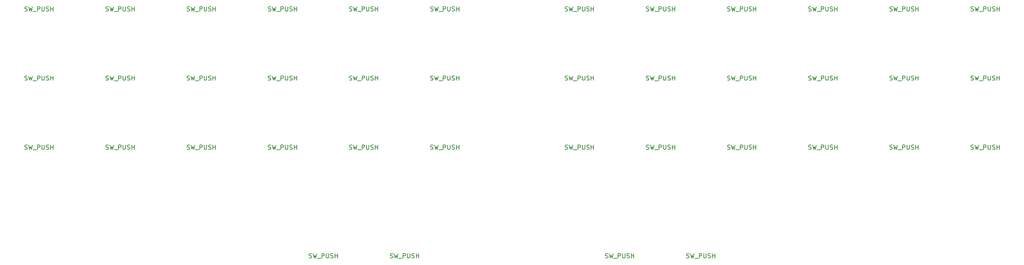
<source format=gbr>
G04 #@! TF.FileFunction,Other,Fab,Top*
%FSLAX46Y46*%
G04 Gerber Fmt 4.6, Leading zero omitted, Abs format (unit mm)*
G04 Created by KiCad (PCBNEW 4.0.5) date Sunday, April 09, 2017 'PMt' 03:59:06 PM*
%MOMM*%
%LPD*%
G01*
G04 APERTURE LIST*
%ADD10C,0.100000*%
%ADD11C,0.150000*%
G04 APERTURE END LIST*
D10*
D11*
X78238095Y-14904762D02*
X78380952Y-14952381D01*
X78619048Y-14952381D01*
X78714286Y-14904762D01*
X78761905Y-14857143D01*
X78809524Y-14761905D01*
X78809524Y-14666667D01*
X78761905Y-14571429D01*
X78714286Y-14523810D01*
X78619048Y-14476190D01*
X78428571Y-14428571D01*
X78333333Y-14380952D01*
X78285714Y-14333333D01*
X78238095Y-14238095D01*
X78238095Y-14142857D01*
X78285714Y-14047619D01*
X78333333Y-14000000D01*
X78428571Y-13952381D01*
X78666667Y-13952381D01*
X78809524Y-14000000D01*
X79142857Y-13952381D02*
X79380952Y-14952381D01*
X79571429Y-14238095D01*
X79761905Y-14952381D01*
X80000000Y-13952381D01*
X80142857Y-15047619D02*
X80904762Y-15047619D01*
X81142857Y-14952381D02*
X81142857Y-13952381D01*
X81523810Y-13952381D01*
X81619048Y-14000000D01*
X81666667Y-14047619D01*
X81714286Y-14142857D01*
X81714286Y-14285714D01*
X81666667Y-14380952D01*
X81619048Y-14428571D01*
X81523810Y-14476190D01*
X81142857Y-14476190D01*
X82142857Y-13952381D02*
X82142857Y-14761905D01*
X82190476Y-14857143D01*
X82238095Y-14904762D01*
X82333333Y-14952381D01*
X82523810Y-14952381D01*
X82619048Y-14904762D01*
X82666667Y-14857143D01*
X82714286Y-14761905D01*
X82714286Y-13952381D01*
X83142857Y-14904762D02*
X83285714Y-14952381D01*
X83523810Y-14952381D01*
X83619048Y-14904762D01*
X83666667Y-14857143D01*
X83714286Y-14761905D01*
X83714286Y-14666667D01*
X83666667Y-14571429D01*
X83619048Y-14523810D01*
X83523810Y-14476190D01*
X83333333Y-14428571D01*
X83238095Y-14380952D01*
X83190476Y-14333333D01*
X83142857Y-14238095D01*
X83142857Y-14142857D01*
X83190476Y-14047619D01*
X83238095Y-14000000D01*
X83333333Y-13952381D01*
X83571429Y-13952381D01*
X83714286Y-14000000D01*
X84142857Y-14952381D02*
X84142857Y-13952381D01*
X84142857Y-14428571D02*
X84714286Y-14428571D01*
X84714286Y-14952381D02*
X84714286Y-13952381D01*
X127438095Y895238D02*
X127580952Y847619D01*
X127819048Y847619D01*
X127914286Y895238D01*
X127961905Y942857D01*
X128009524Y1038095D01*
X128009524Y1133333D01*
X127961905Y1228571D01*
X127914286Y1276190D01*
X127819048Y1323810D01*
X127628571Y1371429D01*
X127533333Y1419048D01*
X127485714Y1466667D01*
X127438095Y1561905D01*
X127438095Y1657143D01*
X127485714Y1752381D01*
X127533333Y1800000D01*
X127628571Y1847619D01*
X127866667Y1847619D01*
X128009524Y1800000D01*
X128342857Y1847619D02*
X128580952Y847619D01*
X128771429Y1561905D01*
X128961905Y847619D01*
X129200000Y1847619D01*
X129342857Y752381D02*
X130104762Y752381D01*
X130342857Y847619D02*
X130342857Y1847619D01*
X130723810Y1847619D01*
X130819048Y1800000D01*
X130866667Y1752381D01*
X130914286Y1657143D01*
X130914286Y1514286D01*
X130866667Y1419048D01*
X130819048Y1371429D01*
X130723810Y1323810D01*
X130342857Y1323810D01*
X131342857Y1847619D02*
X131342857Y1038095D01*
X131390476Y942857D01*
X131438095Y895238D01*
X131533333Y847619D01*
X131723810Y847619D01*
X131819048Y895238D01*
X131866667Y942857D01*
X131914286Y1038095D01*
X131914286Y1847619D01*
X132342857Y895238D02*
X132485714Y847619D01*
X132723810Y847619D01*
X132819048Y895238D01*
X132866667Y942857D01*
X132914286Y1038095D01*
X132914286Y1133333D01*
X132866667Y1228571D01*
X132819048Y1276190D01*
X132723810Y1323810D01*
X132533333Y1371429D01*
X132438095Y1419048D01*
X132390476Y1466667D01*
X132342857Y1561905D01*
X132342857Y1657143D01*
X132390476Y1752381D01*
X132438095Y1800000D01*
X132533333Y1847619D01*
X132771429Y1847619D01*
X132914286Y1800000D01*
X133342857Y847619D02*
X133342857Y1847619D01*
X133342857Y1371429D02*
X133914286Y1371429D01*
X133914286Y847619D02*
X133914286Y1847619D01*
X96738095Y-14904762D02*
X96880952Y-14952381D01*
X97119048Y-14952381D01*
X97214286Y-14904762D01*
X97261905Y-14857143D01*
X97309524Y-14761905D01*
X97309524Y-14666667D01*
X97261905Y-14571429D01*
X97214286Y-14523810D01*
X97119048Y-14476190D01*
X96928571Y-14428571D01*
X96833333Y-14380952D01*
X96785714Y-14333333D01*
X96738095Y-14238095D01*
X96738095Y-14142857D01*
X96785714Y-14047619D01*
X96833333Y-14000000D01*
X96928571Y-13952381D01*
X97166667Y-13952381D01*
X97309524Y-14000000D01*
X97642857Y-13952381D02*
X97880952Y-14952381D01*
X98071429Y-14238095D01*
X98261905Y-14952381D01*
X98500000Y-13952381D01*
X98642857Y-15047619D02*
X99404762Y-15047619D01*
X99642857Y-14952381D02*
X99642857Y-13952381D01*
X100023810Y-13952381D01*
X100119048Y-14000000D01*
X100166667Y-14047619D01*
X100214286Y-14142857D01*
X100214286Y-14285714D01*
X100166667Y-14380952D01*
X100119048Y-14428571D01*
X100023810Y-14476190D01*
X99642857Y-14476190D01*
X100642857Y-13952381D02*
X100642857Y-14761905D01*
X100690476Y-14857143D01*
X100738095Y-14904762D01*
X100833333Y-14952381D01*
X101023810Y-14952381D01*
X101119048Y-14904762D01*
X101166667Y-14857143D01*
X101214286Y-14761905D01*
X101214286Y-13952381D01*
X101642857Y-14904762D02*
X101785714Y-14952381D01*
X102023810Y-14952381D01*
X102119048Y-14904762D01*
X102166667Y-14857143D01*
X102214286Y-14761905D01*
X102214286Y-14666667D01*
X102166667Y-14571429D01*
X102119048Y-14523810D01*
X102023810Y-14476190D01*
X101833333Y-14428571D01*
X101738095Y-14380952D01*
X101690476Y-14333333D01*
X101642857Y-14238095D01*
X101642857Y-14142857D01*
X101690476Y-14047619D01*
X101738095Y-14000000D01*
X101833333Y-13952381D01*
X102071429Y-13952381D01*
X102214286Y-14000000D01*
X102642857Y-14952381D02*
X102642857Y-13952381D01*
X102642857Y-14428571D02*
X103214286Y-14428571D01*
X103214286Y-14952381D02*
X103214286Y-13952381D01*
X78238095Y895238D02*
X78380952Y847619D01*
X78619048Y847619D01*
X78714286Y895238D01*
X78761905Y942857D01*
X78809524Y1038095D01*
X78809524Y1133333D01*
X78761905Y1228571D01*
X78714286Y1276190D01*
X78619048Y1323810D01*
X78428571Y1371429D01*
X78333333Y1419048D01*
X78285714Y1466667D01*
X78238095Y1561905D01*
X78238095Y1657143D01*
X78285714Y1752381D01*
X78333333Y1800000D01*
X78428571Y1847619D01*
X78666667Y1847619D01*
X78809524Y1800000D01*
X79142857Y1847619D02*
X79380952Y847619D01*
X79571429Y1561905D01*
X79761905Y847619D01*
X80000000Y1847619D01*
X80142857Y752381D02*
X80904762Y752381D01*
X81142857Y847619D02*
X81142857Y1847619D01*
X81523810Y1847619D01*
X81619048Y1800000D01*
X81666667Y1752381D01*
X81714286Y1657143D01*
X81714286Y1514286D01*
X81666667Y1419048D01*
X81619048Y1371429D01*
X81523810Y1323810D01*
X81142857Y1323810D01*
X82142857Y1847619D02*
X82142857Y1038095D01*
X82190476Y942857D01*
X82238095Y895238D01*
X82333333Y847619D01*
X82523810Y847619D01*
X82619048Y895238D01*
X82666667Y942857D01*
X82714286Y1038095D01*
X82714286Y1847619D01*
X83142857Y895238D02*
X83285714Y847619D01*
X83523810Y847619D01*
X83619048Y895238D01*
X83666667Y942857D01*
X83714286Y1038095D01*
X83714286Y1133333D01*
X83666667Y1228571D01*
X83619048Y1276190D01*
X83523810Y1323810D01*
X83333333Y1371429D01*
X83238095Y1419048D01*
X83190476Y1466667D01*
X83142857Y1561905D01*
X83142857Y1657143D01*
X83190476Y1752381D01*
X83238095Y1800000D01*
X83333333Y1847619D01*
X83571429Y1847619D01*
X83714286Y1800000D01*
X84142857Y847619D02*
X84142857Y1847619D01*
X84142857Y1371429D02*
X84714286Y1371429D01*
X84714286Y847619D02*
X84714286Y1847619D01*
X69071425Y-55504762D02*
X69214282Y-55552381D01*
X69452378Y-55552381D01*
X69547616Y-55504762D01*
X69595235Y-55457143D01*
X69642854Y-55361905D01*
X69642854Y-55266667D01*
X69595235Y-55171429D01*
X69547616Y-55123810D01*
X69452378Y-55076190D01*
X69261901Y-55028571D01*
X69166663Y-54980952D01*
X69119044Y-54933333D01*
X69071425Y-54838095D01*
X69071425Y-54742857D01*
X69119044Y-54647619D01*
X69166663Y-54600000D01*
X69261901Y-54552381D01*
X69499997Y-54552381D01*
X69642854Y-54600000D01*
X69976187Y-54552381D02*
X70214282Y-55552381D01*
X70404759Y-54838095D01*
X70595235Y-55552381D01*
X70833330Y-54552381D01*
X70976187Y-55647619D02*
X71738092Y-55647619D01*
X71976187Y-55552381D02*
X71976187Y-54552381D01*
X72357140Y-54552381D01*
X72452378Y-54600000D01*
X72499997Y-54647619D01*
X72547616Y-54742857D01*
X72547616Y-54885714D01*
X72499997Y-54980952D01*
X72452378Y-55028571D01*
X72357140Y-55076190D01*
X71976187Y-55076190D01*
X72976187Y-54552381D02*
X72976187Y-55361905D01*
X73023806Y-55457143D01*
X73071425Y-55504762D01*
X73166663Y-55552381D01*
X73357140Y-55552381D01*
X73452378Y-55504762D01*
X73499997Y-55457143D01*
X73547616Y-55361905D01*
X73547616Y-54552381D01*
X73976187Y-55504762D02*
X74119044Y-55552381D01*
X74357140Y-55552381D01*
X74452378Y-55504762D01*
X74499997Y-55457143D01*
X74547616Y-55361905D01*
X74547616Y-55266667D01*
X74499997Y-55171429D01*
X74452378Y-55123810D01*
X74357140Y-55076190D01*
X74166663Y-55028571D01*
X74071425Y-54980952D01*
X74023806Y-54933333D01*
X73976187Y-54838095D01*
X73976187Y-54742857D01*
X74023806Y-54647619D01*
X74071425Y-54600000D01*
X74166663Y-54552381D01*
X74404759Y-54552381D01*
X74547616Y-54600000D01*
X74976187Y-55552381D02*
X74976187Y-54552381D01*
X74976187Y-55028571D02*
X75547616Y-55028571D01*
X75547616Y-55552381D02*
X75547616Y-54552381D01*
X41238095Y895238D02*
X41380952Y847619D01*
X41619048Y847619D01*
X41714286Y895238D01*
X41761905Y942857D01*
X41809524Y1038095D01*
X41809524Y1133333D01*
X41761905Y1228571D01*
X41714286Y1276190D01*
X41619048Y1323810D01*
X41428571Y1371429D01*
X41333333Y1419048D01*
X41285714Y1466667D01*
X41238095Y1561905D01*
X41238095Y1657143D01*
X41285714Y1752381D01*
X41333333Y1800000D01*
X41428571Y1847619D01*
X41666667Y1847619D01*
X41809524Y1800000D01*
X42142857Y1847619D02*
X42380952Y847619D01*
X42571429Y1561905D01*
X42761905Y847619D01*
X43000000Y1847619D01*
X43142857Y752381D02*
X43904762Y752381D01*
X44142857Y847619D02*
X44142857Y1847619D01*
X44523810Y1847619D01*
X44619048Y1800000D01*
X44666667Y1752381D01*
X44714286Y1657143D01*
X44714286Y1514286D01*
X44666667Y1419048D01*
X44619048Y1371429D01*
X44523810Y1323810D01*
X44142857Y1323810D01*
X45142857Y1847619D02*
X45142857Y1038095D01*
X45190476Y942857D01*
X45238095Y895238D01*
X45333333Y847619D01*
X45523810Y847619D01*
X45619048Y895238D01*
X45666667Y942857D01*
X45714286Y1038095D01*
X45714286Y1847619D01*
X46142857Y895238D02*
X46285714Y847619D01*
X46523810Y847619D01*
X46619048Y895238D01*
X46666667Y942857D01*
X46714286Y1038095D01*
X46714286Y1133333D01*
X46666667Y1228571D01*
X46619048Y1276190D01*
X46523810Y1323810D01*
X46333333Y1371429D01*
X46238095Y1419048D01*
X46190476Y1466667D01*
X46142857Y1561905D01*
X46142857Y1657143D01*
X46190476Y1752381D01*
X46238095Y1800000D01*
X46333333Y1847619D01*
X46571429Y1847619D01*
X46714286Y1800000D01*
X47142857Y847619D02*
X47142857Y1847619D01*
X47142857Y1371429D02*
X47714286Y1371429D01*
X47714286Y847619D02*
X47714286Y1847619D01*
X96738095Y895238D02*
X96880952Y847619D01*
X97119048Y847619D01*
X97214286Y895238D01*
X97261905Y942857D01*
X97309524Y1038095D01*
X97309524Y1133333D01*
X97261905Y1228571D01*
X97214286Y1276190D01*
X97119048Y1323810D01*
X96928571Y1371429D01*
X96833333Y1419048D01*
X96785714Y1466667D01*
X96738095Y1561905D01*
X96738095Y1657143D01*
X96785714Y1752381D01*
X96833333Y1800000D01*
X96928571Y1847619D01*
X97166667Y1847619D01*
X97309524Y1800000D01*
X97642857Y1847619D02*
X97880952Y847619D01*
X98071429Y1561905D01*
X98261905Y847619D01*
X98500000Y1847619D01*
X98642857Y752381D02*
X99404762Y752381D01*
X99642857Y847619D02*
X99642857Y1847619D01*
X100023810Y1847619D01*
X100119048Y1800000D01*
X100166667Y1752381D01*
X100214286Y1657143D01*
X100214286Y1514286D01*
X100166667Y1419048D01*
X100119048Y1371429D01*
X100023810Y1323810D01*
X99642857Y1323810D01*
X100642857Y1847619D02*
X100642857Y1038095D01*
X100690476Y942857D01*
X100738095Y895238D01*
X100833333Y847619D01*
X101023810Y847619D01*
X101119048Y895238D01*
X101166667Y942857D01*
X101214286Y1038095D01*
X101214286Y1847619D01*
X101642857Y895238D02*
X101785714Y847619D01*
X102023810Y847619D01*
X102119048Y895238D01*
X102166667Y942857D01*
X102214286Y1038095D01*
X102214286Y1133333D01*
X102166667Y1228571D01*
X102119048Y1276190D01*
X102023810Y1323810D01*
X101833333Y1371429D01*
X101738095Y1419048D01*
X101690476Y1466667D01*
X101642857Y1561905D01*
X101642857Y1657143D01*
X101690476Y1752381D01*
X101738095Y1800000D01*
X101833333Y1847619D01*
X102071429Y1847619D01*
X102214286Y1800000D01*
X102642857Y847619D02*
X102642857Y1847619D01*
X102642857Y1371429D02*
X103214286Y1371429D01*
X103214286Y847619D02*
X103214286Y1847619D01*
X4238095Y895238D02*
X4380952Y847619D01*
X4619048Y847619D01*
X4714286Y895238D01*
X4761905Y942857D01*
X4809524Y1038095D01*
X4809524Y1133333D01*
X4761905Y1228571D01*
X4714286Y1276190D01*
X4619048Y1323810D01*
X4428571Y1371429D01*
X4333333Y1419048D01*
X4285714Y1466667D01*
X4238095Y1561905D01*
X4238095Y1657143D01*
X4285714Y1752381D01*
X4333333Y1800000D01*
X4428571Y1847619D01*
X4666667Y1847619D01*
X4809524Y1800000D01*
X5142857Y1847619D02*
X5380952Y847619D01*
X5571429Y1561905D01*
X5761905Y847619D01*
X6000000Y1847619D01*
X6142857Y752381D02*
X6904762Y752381D01*
X7142857Y847619D02*
X7142857Y1847619D01*
X7523810Y1847619D01*
X7619048Y1800000D01*
X7666667Y1752381D01*
X7714286Y1657143D01*
X7714286Y1514286D01*
X7666667Y1419048D01*
X7619048Y1371429D01*
X7523810Y1323810D01*
X7142857Y1323810D01*
X8142857Y1847619D02*
X8142857Y1038095D01*
X8190476Y942857D01*
X8238095Y895238D01*
X8333333Y847619D01*
X8523810Y847619D01*
X8619048Y895238D01*
X8666667Y942857D01*
X8714286Y1038095D01*
X8714286Y1847619D01*
X9142857Y895238D02*
X9285714Y847619D01*
X9523810Y847619D01*
X9619048Y895238D01*
X9666667Y942857D01*
X9714286Y1038095D01*
X9714286Y1133333D01*
X9666667Y1228571D01*
X9619048Y1276190D01*
X9523810Y1323810D01*
X9333333Y1371429D01*
X9238095Y1419048D01*
X9190476Y1466667D01*
X9142857Y1561905D01*
X9142857Y1657143D01*
X9190476Y1752381D01*
X9238095Y1800000D01*
X9333333Y1847619D01*
X9571429Y1847619D01*
X9714286Y1800000D01*
X10142857Y847619D02*
X10142857Y1847619D01*
X10142857Y1371429D02*
X10714286Y1371429D01*
X10714286Y847619D02*
X10714286Y1847619D01*
X155104762Y-55504762D02*
X155247619Y-55552381D01*
X155485715Y-55552381D01*
X155580953Y-55504762D01*
X155628572Y-55457143D01*
X155676191Y-55361905D01*
X155676191Y-55266667D01*
X155628572Y-55171429D01*
X155580953Y-55123810D01*
X155485715Y-55076190D01*
X155295238Y-55028571D01*
X155200000Y-54980952D01*
X155152381Y-54933333D01*
X155104762Y-54838095D01*
X155104762Y-54742857D01*
X155152381Y-54647619D01*
X155200000Y-54600000D01*
X155295238Y-54552381D01*
X155533334Y-54552381D01*
X155676191Y-54600000D01*
X156009524Y-54552381D02*
X156247619Y-55552381D01*
X156438096Y-54838095D01*
X156628572Y-55552381D01*
X156866667Y-54552381D01*
X157009524Y-55647619D02*
X157771429Y-55647619D01*
X158009524Y-55552381D02*
X158009524Y-54552381D01*
X158390477Y-54552381D01*
X158485715Y-54600000D01*
X158533334Y-54647619D01*
X158580953Y-54742857D01*
X158580953Y-54885714D01*
X158533334Y-54980952D01*
X158485715Y-55028571D01*
X158390477Y-55076190D01*
X158009524Y-55076190D01*
X159009524Y-54552381D02*
X159009524Y-55361905D01*
X159057143Y-55457143D01*
X159104762Y-55504762D01*
X159200000Y-55552381D01*
X159390477Y-55552381D01*
X159485715Y-55504762D01*
X159533334Y-55457143D01*
X159580953Y-55361905D01*
X159580953Y-54552381D01*
X160009524Y-55504762D02*
X160152381Y-55552381D01*
X160390477Y-55552381D01*
X160485715Y-55504762D01*
X160533334Y-55457143D01*
X160580953Y-55361905D01*
X160580953Y-55266667D01*
X160533334Y-55171429D01*
X160485715Y-55123810D01*
X160390477Y-55076190D01*
X160200000Y-55028571D01*
X160104762Y-54980952D01*
X160057143Y-54933333D01*
X160009524Y-54838095D01*
X160009524Y-54742857D01*
X160057143Y-54647619D01*
X160104762Y-54600000D01*
X160200000Y-54552381D01*
X160438096Y-54552381D01*
X160580953Y-54600000D01*
X161009524Y-55552381D02*
X161009524Y-54552381D01*
X161009524Y-55028571D02*
X161580953Y-55028571D01*
X161580953Y-55552381D02*
X161580953Y-54552381D01*
X136604762Y-55504762D02*
X136747619Y-55552381D01*
X136985715Y-55552381D01*
X137080953Y-55504762D01*
X137128572Y-55457143D01*
X137176191Y-55361905D01*
X137176191Y-55266667D01*
X137128572Y-55171429D01*
X137080953Y-55123810D01*
X136985715Y-55076190D01*
X136795238Y-55028571D01*
X136700000Y-54980952D01*
X136652381Y-54933333D01*
X136604762Y-54838095D01*
X136604762Y-54742857D01*
X136652381Y-54647619D01*
X136700000Y-54600000D01*
X136795238Y-54552381D01*
X137033334Y-54552381D01*
X137176191Y-54600000D01*
X137509524Y-54552381D02*
X137747619Y-55552381D01*
X137938096Y-54838095D01*
X138128572Y-55552381D01*
X138366667Y-54552381D01*
X138509524Y-55647619D02*
X139271429Y-55647619D01*
X139509524Y-55552381D02*
X139509524Y-54552381D01*
X139890477Y-54552381D01*
X139985715Y-54600000D01*
X140033334Y-54647619D01*
X140080953Y-54742857D01*
X140080953Y-54885714D01*
X140033334Y-54980952D01*
X139985715Y-55028571D01*
X139890477Y-55076190D01*
X139509524Y-55076190D01*
X140509524Y-54552381D02*
X140509524Y-55361905D01*
X140557143Y-55457143D01*
X140604762Y-55504762D01*
X140700000Y-55552381D01*
X140890477Y-55552381D01*
X140985715Y-55504762D01*
X141033334Y-55457143D01*
X141080953Y-55361905D01*
X141080953Y-54552381D01*
X141509524Y-55504762D02*
X141652381Y-55552381D01*
X141890477Y-55552381D01*
X141985715Y-55504762D01*
X142033334Y-55457143D01*
X142080953Y-55361905D01*
X142080953Y-55266667D01*
X142033334Y-55171429D01*
X141985715Y-55123810D01*
X141890477Y-55076190D01*
X141700000Y-55028571D01*
X141604762Y-54980952D01*
X141557143Y-54933333D01*
X141509524Y-54838095D01*
X141509524Y-54742857D01*
X141557143Y-54647619D01*
X141604762Y-54600000D01*
X141700000Y-54552381D01*
X141938096Y-54552381D01*
X142080953Y-54600000D01*
X142509524Y-55552381D02*
X142509524Y-54552381D01*
X142509524Y-55028571D02*
X143080953Y-55028571D01*
X143080953Y-55552381D02*
X143080953Y-54552381D01*
X87571425Y-55504762D02*
X87714282Y-55552381D01*
X87952378Y-55552381D01*
X88047616Y-55504762D01*
X88095235Y-55457143D01*
X88142854Y-55361905D01*
X88142854Y-55266667D01*
X88095235Y-55171429D01*
X88047616Y-55123810D01*
X87952378Y-55076190D01*
X87761901Y-55028571D01*
X87666663Y-54980952D01*
X87619044Y-54933333D01*
X87571425Y-54838095D01*
X87571425Y-54742857D01*
X87619044Y-54647619D01*
X87666663Y-54600000D01*
X87761901Y-54552381D01*
X87999997Y-54552381D01*
X88142854Y-54600000D01*
X88476187Y-54552381D02*
X88714282Y-55552381D01*
X88904759Y-54838095D01*
X89095235Y-55552381D01*
X89333330Y-54552381D01*
X89476187Y-55647619D02*
X90238092Y-55647619D01*
X90476187Y-55552381D02*
X90476187Y-54552381D01*
X90857140Y-54552381D01*
X90952378Y-54600000D01*
X90999997Y-54647619D01*
X91047616Y-54742857D01*
X91047616Y-54885714D01*
X90999997Y-54980952D01*
X90952378Y-55028571D01*
X90857140Y-55076190D01*
X90476187Y-55076190D01*
X91476187Y-54552381D02*
X91476187Y-55361905D01*
X91523806Y-55457143D01*
X91571425Y-55504762D01*
X91666663Y-55552381D01*
X91857140Y-55552381D01*
X91952378Y-55504762D01*
X91999997Y-55457143D01*
X92047616Y-55361905D01*
X92047616Y-54552381D01*
X92476187Y-55504762D02*
X92619044Y-55552381D01*
X92857140Y-55552381D01*
X92952378Y-55504762D01*
X92999997Y-55457143D01*
X93047616Y-55361905D01*
X93047616Y-55266667D01*
X92999997Y-55171429D01*
X92952378Y-55123810D01*
X92857140Y-55076190D01*
X92666663Y-55028571D01*
X92571425Y-54980952D01*
X92523806Y-54933333D01*
X92476187Y-54838095D01*
X92476187Y-54742857D01*
X92523806Y-54647619D01*
X92571425Y-54600000D01*
X92666663Y-54552381D01*
X92904759Y-54552381D01*
X93047616Y-54600000D01*
X93476187Y-55552381D02*
X93476187Y-54552381D01*
X93476187Y-55028571D02*
X94047616Y-55028571D01*
X94047616Y-55552381D02*
X94047616Y-54552381D01*
X219938095Y-30704762D02*
X220080952Y-30752381D01*
X220319048Y-30752381D01*
X220414286Y-30704762D01*
X220461905Y-30657143D01*
X220509524Y-30561905D01*
X220509524Y-30466667D01*
X220461905Y-30371429D01*
X220414286Y-30323810D01*
X220319048Y-30276190D01*
X220128571Y-30228571D01*
X220033333Y-30180952D01*
X219985714Y-30133333D01*
X219938095Y-30038095D01*
X219938095Y-29942857D01*
X219985714Y-29847619D01*
X220033333Y-29800000D01*
X220128571Y-29752381D01*
X220366667Y-29752381D01*
X220509524Y-29800000D01*
X220842857Y-29752381D02*
X221080952Y-30752381D01*
X221271429Y-30038095D01*
X221461905Y-30752381D01*
X221700000Y-29752381D01*
X221842857Y-30847619D02*
X222604762Y-30847619D01*
X222842857Y-30752381D02*
X222842857Y-29752381D01*
X223223810Y-29752381D01*
X223319048Y-29800000D01*
X223366667Y-29847619D01*
X223414286Y-29942857D01*
X223414286Y-30085714D01*
X223366667Y-30180952D01*
X223319048Y-30228571D01*
X223223810Y-30276190D01*
X222842857Y-30276190D01*
X223842857Y-29752381D02*
X223842857Y-30561905D01*
X223890476Y-30657143D01*
X223938095Y-30704762D01*
X224033333Y-30752381D01*
X224223810Y-30752381D01*
X224319048Y-30704762D01*
X224366667Y-30657143D01*
X224414286Y-30561905D01*
X224414286Y-29752381D01*
X224842857Y-30704762D02*
X224985714Y-30752381D01*
X225223810Y-30752381D01*
X225319048Y-30704762D01*
X225366667Y-30657143D01*
X225414286Y-30561905D01*
X225414286Y-30466667D01*
X225366667Y-30371429D01*
X225319048Y-30323810D01*
X225223810Y-30276190D01*
X225033333Y-30228571D01*
X224938095Y-30180952D01*
X224890476Y-30133333D01*
X224842857Y-30038095D01*
X224842857Y-29942857D01*
X224890476Y-29847619D01*
X224938095Y-29800000D01*
X225033333Y-29752381D01*
X225271429Y-29752381D01*
X225414286Y-29800000D01*
X225842857Y-30752381D02*
X225842857Y-29752381D01*
X225842857Y-30228571D02*
X226414286Y-30228571D01*
X226414286Y-30752381D02*
X226414286Y-29752381D01*
X201438095Y-30704762D02*
X201580952Y-30752381D01*
X201819048Y-30752381D01*
X201914286Y-30704762D01*
X201961905Y-30657143D01*
X202009524Y-30561905D01*
X202009524Y-30466667D01*
X201961905Y-30371429D01*
X201914286Y-30323810D01*
X201819048Y-30276190D01*
X201628571Y-30228571D01*
X201533333Y-30180952D01*
X201485714Y-30133333D01*
X201438095Y-30038095D01*
X201438095Y-29942857D01*
X201485714Y-29847619D01*
X201533333Y-29800000D01*
X201628571Y-29752381D01*
X201866667Y-29752381D01*
X202009524Y-29800000D01*
X202342857Y-29752381D02*
X202580952Y-30752381D01*
X202771429Y-30038095D01*
X202961905Y-30752381D01*
X203200000Y-29752381D01*
X203342857Y-30847619D02*
X204104762Y-30847619D01*
X204342857Y-30752381D02*
X204342857Y-29752381D01*
X204723810Y-29752381D01*
X204819048Y-29800000D01*
X204866667Y-29847619D01*
X204914286Y-29942857D01*
X204914286Y-30085714D01*
X204866667Y-30180952D01*
X204819048Y-30228571D01*
X204723810Y-30276190D01*
X204342857Y-30276190D01*
X205342857Y-29752381D02*
X205342857Y-30561905D01*
X205390476Y-30657143D01*
X205438095Y-30704762D01*
X205533333Y-30752381D01*
X205723810Y-30752381D01*
X205819048Y-30704762D01*
X205866667Y-30657143D01*
X205914286Y-30561905D01*
X205914286Y-29752381D01*
X206342857Y-30704762D02*
X206485714Y-30752381D01*
X206723810Y-30752381D01*
X206819048Y-30704762D01*
X206866667Y-30657143D01*
X206914286Y-30561905D01*
X206914286Y-30466667D01*
X206866667Y-30371429D01*
X206819048Y-30323810D01*
X206723810Y-30276190D01*
X206533333Y-30228571D01*
X206438095Y-30180952D01*
X206390476Y-30133333D01*
X206342857Y-30038095D01*
X206342857Y-29942857D01*
X206390476Y-29847619D01*
X206438095Y-29800000D01*
X206533333Y-29752381D01*
X206771429Y-29752381D01*
X206914286Y-29800000D01*
X207342857Y-30752381D02*
X207342857Y-29752381D01*
X207342857Y-30228571D02*
X207914286Y-30228571D01*
X207914286Y-30752381D02*
X207914286Y-29752381D01*
X182938095Y-30704762D02*
X183080952Y-30752381D01*
X183319048Y-30752381D01*
X183414286Y-30704762D01*
X183461905Y-30657143D01*
X183509524Y-30561905D01*
X183509524Y-30466667D01*
X183461905Y-30371429D01*
X183414286Y-30323810D01*
X183319048Y-30276190D01*
X183128571Y-30228571D01*
X183033333Y-30180952D01*
X182985714Y-30133333D01*
X182938095Y-30038095D01*
X182938095Y-29942857D01*
X182985714Y-29847619D01*
X183033333Y-29800000D01*
X183128571Y-29752381D01*
X183366667Y-29752381D01*
X183509524Y-29800000D01*
X183842857Y-29752381D02*
X184080952Y-30752381D01*
X184271429Y-30038095D01*
X184461905Y-30752381D01*
X184700000Y-29752381D01*
X184842857Y-30847619D02*
X185604762Y-30847619D01*
X185842857Y-30752381D02*
X185842857Y-29752381D01*
X186223810Y-29752381D01*
X186319048Y-29800000D01*
X186366667Y-29847619D01*
X186414286Y-29942857D01*
X186414286Y-30085714D01*
X186366667Y-30180952D01*
X186319048Y-30228571D01*
X186223810Y-30276190D01*
X185842857Y-30276190D01*
X186842857Y-29752381D02*
X186842857Y-30561905D01*
X186890476Y-30657143D01*
X186938095Y-30704762D01*
X187033333Y-30752381D01*
X187223810Y-30752381D01*
X187319048Y-30704762D01*
X187366667Y-30657143D01*
X187414286Y-30561905D01*
X187414286Y-29752381D01*
X187842857Y-30704762D02*
X187985714Y-30752381D01*
X188223810Y-30752381D01*
X188319048Y-30704762D01*
X188366667Y-30657143D01*
X188414286Y-30561905D01*
X188414286Y-30466667D01*
X188366667Y-30371429D01*
X188319048Y-30323810D01*
X188223810Y-30276190D01*
X188033333Y-30228571D01*
X187938095Y-30180952D01*
X187890476Y-30133333D01*
X187842857Y-30038095D01*
X187842857Y-29942857D01*
X187890476Y-29847619D01*
X187938095Y-29800000D01*
X188033333Y-29752381D01*
X188271429Y-29752381D01*
X188414286Y-29800000D01*
X188842857Y-30752381D02*
X188842857Y-29752381D01*
X188842857Y-30228571D02*
X189414286Y-30228571D01*
X189414286Y-30752381D02*
X189414286Y-29752381D01*
X164438095Y-30704762D02*
X164580952Y-30752381D01*
X164819048Y-30752381D01*
X164914286Y-30704762D01*
X164961905Y-30657143D01*
X165009524Y-30561905D01*
X165009524Y-30466667D01*
X164961905Y-30371429D01*
X164914286Y-30323810D01*
X164819048Y-30276190D01*
X164628571Y-30228571D01*
X164533333Y-30180952D01*
X164485714Y-30133333D01*
X164438095Y-30038095D01*
X164438095Y-29942857D01*
X164485714Y-29847619D01*
X164533333Y-29800000D01*
X164628571Y-29752381D01*
X164866667Y-29752381D01*
X165009524Y-29800000D01*
X165342857Y-29752381D02*
X165580952Y-30752381D01*
X165771429Y-30038095D01*
X165961905Y-30752381D01*
X166200000Y-29752381D01*
X166342857Y-30847619D02*
X167104762Y-30847619D01*
X167342857Y-30752381D02*
X167342857Y-29752381D01*
X167723810Y-29752381D01*
X167819048Y-29800000D01*
X167866667Y-29847619D01*
X167914286Y-29942857D01*
X167914286Y-30085714D01*
X167866667Y-30180952D01*
X167819048Y-30228571D01*
X167723810Y-30276190D01*
X167342857Y-30276190D01*
X168342857Y-29752381D02*
X168342857Y-30561905D01*
X168390476Y-30657143D01*
X168438095Y-30704762D01*
X168533333Y-30752381D01*
X168723810Y-30752381D01*
X168819048Y-30704762D01*
X168866667Y-30657143D01*
X168914286Y-30561905D01*
X168914286Y-29752381D01*
X169342857Y-30704762D02*
X169485714Y-30752381D01*
X169723810Y-30752381D01*
X169819048Y-30704762D01*
X169866667Y-30657143D01*
X169914286Y-30561905D01*
X169914286Y-30466667D01*
X169866667Y-30371429D01*
X169819048Y-30323810D01*
X169723810Y-30276190D01*
X169533333Y-30228571D01*
X169438095Y-30180952D01*
X169390476Y-30133333D01*
X169342857Y-30038095D01*
X169342857Y-29942857D01*
X169390476Y-29847619D01*
X169438095Y-29800000D01*
X169533333Y-29752381D01*
X169771429Y-29752381D01*
X169914286Y-29800000D01*
X170342857Y-30752381D02*
X170342857Y-29752381D01*
X170342857Y-30228571D02*
X170914286Y-30228571D01*
X170914286Y-30752381D02*
X170914286Y-29752381D01*
X145938095Y-30704762D02*
X146080952Y-30752381D01*
X146319048Y-30752381D01*
X146414286Y-30704762D01*
X146461905Y-30657143D01*
X146509524Y-30561905D01*
X146509524Y-30466667D01*
X146461905Y-30371429D01*
X146414286Y-30323810D01*
X146319048Y-30276190D01*
X146128571Y-30228571D01*
X146033333Y-30180952D01*
X145985714Y-30133333D01*
X145938095Y-30038095D01*
X145938095Y-29942857D01*
X145985714Y-29847619D01*
X146033333Y-29800000D01*
X146128571Y-29752381D01*
X146366667Y-29752381D01*
X146509524Y-29800000D01*
X146842857Y-29752381D02*
X147080952Y-30752381D01*
X147271429Y-30038095D01*
X147461905Y-30752381D01*
X147700000Y-29752381D01*
X147842857Y-30847619D02*
X148604762Y-30847619D01*
X148842857Y-30752381D02*
X148842857Y-29752381D01*
X149223810Y-29752381D01*
X149319048Y-29800000D01*
X149366667Y-29847619D01*
X149414286Y-29942857D01*
X149414286Y-30085714D01*
X149366667Y-30180952D01*
X149319048Y-30228571D01*
X149223810Y-30276190D01*
X148842857Y-30276190D01*
X149842857Y-29752381D02*
X149842857Y-30561905D01*
X149890476Y-30657143D01*
X149938095Y-30704762D01*
X150033333Y-30752381D01*
X150223810Y-30752381D01*
X150319048Y-30704762D01*
X150366667Y-30657143D01*
X150414286Y-30561905D01*
X150414286Y-29752381D01*
X150842857Y-30704762D02*
X150985714Y-30752381D01*
X151223810Y-30752381D01*
X151319048Y-30704762D01*
X151366667Y-30657143D01*
X151414286Y-30561905D01*
X151414286Y-30466667D01*
X151366667Y-30371429D01*
X151319048Y-30323810D01*
X151223810Y-30276190D01*
X151033333Y-30228571D01*
X150938095Y-30180952D01*
X150890476Y-30133333D01*
X150842857Y-30038095D01*
X150842857Y-29942857D01*
X150890476Y-29847619D01*
X150938095Y-29800000D01*
X151033333Y-29752381D01*
X151271429Y-29752381D01*
X151414286Y-29800000D01*
X151842857Y-30752381D02*
X151842857Y-29752381D01*
X151842857Y-30228571D02*
X152414286Y-30228571D01*
X152414286Y-30752381D02*
X152414286Y-29752381D01*
X127438095Y-30704762D02*
X127580952Y-30752381D01*
X127819048Y-30752381D01*
X127914286Y-30704762D01*
X127961905Y-30657143D01*
X128009524Y-30561905D01*
X128009524Y-30466667D01*
X127961905Y-30371429D01*
X127914286Y-30323810D01*
X127819048Y-30276190D01*
X127628571Y-30228571D01*
X127533333Y-30180952D01*
X127485714Y-30133333D01*
X127438095Y-30038095D01*
X127438095Y-29942857D01*
X127485714Y-29847619D01*
X127533333Y-29800000D01*
X127628571Y-29752381D01*
X127866667Y-29752381D01*
X128009524Y-29800000D01*
X128342857Y-29752381D02*
X128580952Y-30752381D01*
X128771429Y-30038095D01*
X128961905Y-30752381D01*
X129200000Y-29752381D01*
X129342857Y-30847619D02*
X130104762Y-30847619D01*
X130342857Y-30752381D02*
X130342857Y-29752381D01*
X130723810Y-29752381D01*
X130819048Y-29800000D01*
X130866667Y-29847619D01*
X130914286Y-29942857D01*
X130914286Y-30085714D01*
X130866667Y-30180952D01*
X130819048Y-30228571D01*
X130723810Y-30276190D01*
X130342857Y-30276190D01*
X131342857Y-29752381D02*
X131342857Y-30561905D01*
X131390476Y-30657143D01*
X131438095Y-30704762D01*
X131533333Y-30752381D01*
X131723810Y-30752381D01*
X131819048Y-30704762D01*
X131866667Y-30657143D01*
X131914286Y-30561905D01*
X131914286Y-29752381D01*
X132342857Y-30704762D02*
X132485714Y-30752381D01*
X132723810Y-30752381D01*
X132819048Y-30704762D01*
X132866667Y-30657143D01*
X132914286Y-30561905D01*
X132914286Y-30466667D01*
X132866667Y-30371429D01*
X132819048Y-30323810D01*
X132723810Y-30276190D01*
X132533333Y-30228571D01*
X132438095Y-30180952D01*
X132390476Y-30133333D01*
X132342857Y-30038095D01*
X132342857Y-29942857D01*
X132390476Y-29847619D01*
X132438095Y-29800000D01*
X132533333Y-29752381D01*
X132771429Y-29752381D01*
X132914286Y-29800000D01*
X133342857Y-30752381D02*
X133342857Y-29752381D01*
X133342857Y-30228571D02*
X133914286Y-30228571D01*
X133914286Y-30752381D02*
X133914286Y-29752381D01*
X96738095Y-30704762D02*
X96880952Y-30752381D01*
X97119048Y-30752381D01*
X97214286Y-30704762D01*
X97261905Y-30657143D01*
X97309524Y-30561905D01*
X97309524Y-30466667D01*
X97261905Y-30371429D01*
X97214286Y-30323810D01*
X97119048Y-30276190D01*
X96928571Y-30228571D01*
X96833333Y-30180952D01*
X96785714Y-30133333D01*
X96738095Y-30038095D01*
X96738095Y-29942857D01*
X96785714Y-29847619D01*
X96833333Y-29800000D01*
X96928571Y-29752381D01*
X97166667Y-29752381D01*
X97309524Y-29800000D01*
X97642857Y-29752381D02*
X97880952Y-30752381D01*
X98071429Y-30038095D01*
X98261905Y-30752381D01*
X98500000Y-29752381D01*
X98642857Y-30847619D02*
X99404762Y-30847619D01*
X99642857Y-30752381D02*
X99642857Y-29752381D01*
X100023810Y-29752381D01*
X100119048Y-29800000D01*
X100166667Y-29847619D01*
X100214286Y-29942857D01*
X100214286Y-30085714D01*
X100166667Y-30180952D01*
X100119048Y-30228571D01*
X100023810Y-30276190D01*
X99642857Y-30276190D01*
X100642857Y-29752381D02*
X100642857Y-30561905D01*
X100690476Y-30657143D01*
X100738095Y-30704762D01*
X100833333Y-30752381D01*
X101023810Y-30752381D01*
X101119048Y-30704762D01*
X101166667Y-30657143D01*
X101214286Y-30561905D01*
X101214286Y-29752381D01*
X101642857Y-30704762D02*
X101785714Y-30752381D01*
X102023810Y-30752381D01*
X102119048Y-30704762D01*
X102166667Y-30657143D01*
X102214286Y-30561905D01*
X102214286Y-30466667D01*
X102166667Y-30371429D01*
X102119048Y-30323810D01*
X102023810Y-30276190D01*
X101833333Y-30228571D01*
X101738095Y-30180952D01*
X101690476Y-30133333D01*
X101642857Y-30038095D01*
X101642857Y-29942857D01*
X101690476Y-29847619D01*
X101738095Y-29800000D01*
X101833333Y-29752381D01*
X102071429Y-29752381D01*
X102214286Y-29800000D01*
X102642857Y-30752381D02*
X102642857Y-29752381D01*
X102642857Y-30228571D02*
X103214286Y-30228571D01*
X103214286Y-30752381D02*
X103214286Y-29752381D01*
X78238095Y-30704762D02*
X78380952Y-30752381D01*
X78619048Y-30752381D01*
X78714286Y-30704762D01*
X78761905Y-30657143D01*
X78809524Y-30561905D01*
X78809524Y-30466667D01*
X78761905Y-30371429D01*
X78714286Y-30323810D01*
X78619048Y-30276190D01*
X78428571Y-30228571D01*
X78333333Y-30180952D01*
X78285714Y-30133333D01*
X78238095Y-30038095D01*
X78238095Y-29942857D01*
X78285714Y-29847619D01*
X78333333Y-29800000D01*
X78428571Y-29752381D01*
X78666667Y-29752381D01*
X78809524Y-29800000D01*
X79142857Y-29752381D02*
X79380952Y-30752381D01*
X79571429Y-30038095D01*
X79761905Y-30752381D01*
X80000000Y-29752381D01*
X80142857Y-30847619D02*
X80904762Y-30847619D01*
X81142857Y-30752381D02*
X81142857Y-29752381D01*
X81523810Y-29752381D01*
X81619048Y-29800000D01*
X81666667Y-29847619D01*
X81714286Y-29942857D01*
X81714286Y-30085714D01*
X81666667Y-30180952D01*
X81619048Y-30228571D01*
X81523810Y-30276190D01*
X81142857Y-30276190D01*
X82142857Y-29752381D02*
X82142857Y-30561905D01*
X82190476Y-30657143D01*
X82238095Y-30704762D01*
X82333333Y-30752381D01*
X82523810Y-30752381D01*
X82619048Y-30704762D01*
X82666667Y-30657143D01*
X82714286Y-30561905D01*
X82714286Y-29752381D01*
X83142857Y-30704762D02*
X83285714Y-30752381D01*
X83523810Y-30752381D01*
X83619048Y-30704762D01*
X83666667Y-30657143D01*
X83714286Y-30561905D01*
X83714286Y-30466667D01*
X83666667Y-30371429D01*
X83619048Y-30323810D01*
X83523810Y-30276190D01*
X83333333Y-30228571D01*
X83238095Y-30180952D01*
X83190476Y-30133333D01*
X83142857Y-30038095D01*
X83142857Y-29942857D01*
X83190476Y-29847619D01*
X83238095Y-29800000D01*
X83333333Y-29752381D01*
X83571429Y-29752381D01*
X83714286Y-29800000D01*
X84142857Y-30752381D02*
X84142857Y-29752381D01*
X84142857Y-30228571D02*
X84714286Y-30228571D01*
X84714286Y-30752381D02*
X84714286Y-29752381D01*
X59738095Y-30704762D02*
X59880952Y-30752381D01*
X60119048Y-30752381D01*
X60214286Y-30704762D01*
X60261905Y-30657143D01*
X60309524Y-30561905D01*
X60309524Y-30466667D01*
X60261905Y-30371429D01*
X60214286Y-30323810D01*
X60119048Y-30276190D01*
X59928571Y-30228571D01*
X59833333Y-30180952D01*
X59785714Y-30133333D01*
X59738095Y-30038095D01*
X59738095Y-29942857D01*
X59785714Y-29847619D01*
X59833333Y-29800000D01*
X59928571Y-29752381D01*
X60166667Y-29752381D01*
X60309524Y-29800000D01*
X60642857Y-29752381D02*
X60880952Y-30752381D01*
X61071429Y-30038095D01*
X61261905Y-30752381D01*
X61500000Y-29752381D01*
X61642857Y-30847619D02*
X62404762Y-30847619D01*
X62642857Y-30752381D02*
X62642857Y-29752381D01*
X63023810Y-29752381D01*
X63119048Y-29800000D01*
X63166667Y-29847619D01*
X63214286Y-29942857D01*
X63214286Y-30085714D01*
X63166667Y-30180952D01*
X63119048Y-30228571D01*
X63023810Y-30276190D01*
X62642857Y-30276190D01*
X63642857Y-29752381D02*
X63642857Y-30561905D01*
X63690476Y-30657143D01*
X63738095Y-30704762D01*
X63833333Y-30752381D01*
X64023810Y-30752381D01*
X64119048Y-30704762D01*
X64166667Y-30657143D01*
X64214286Y-30561905D01*
X64214286Y-29752381D01*
X64642857Y-30704762D02*
X64785714Y-30752381D01*
X65023810Y-30752381D01*
X65119048Y-30704762D01*
X65166667Y-30657143D01*
X65214286Y-30561905D01*
X65214286Y-30466667D01*
X65166667Y-30371429D01*
X65119048Y-30323810D01*
X65023810Y-30276190D01*
X64833333Y-30228571D01*
X64738095Y-30180952D01*
X64690476Y-30133333D01*
X64642857Y-30038095D01*
X64642857Y-29942857D01*
X64690476Y-29847619D01*
X64738095Y-29800000D01*
X64833333Y-29752381D01*
X65071429Y-29752381D01*
X65214286Y-29800000D01*
X65642857Y-30752381D02*
X65642857Y-29752381D01*
X65642857Y-30228571D02*
X66214286Y-30228571D01*
X66214286Y-30752381D02*
X66214286Y-29752381D01*
X41238095Y-30704762D02*
X41380952Y-30752381D01*
X41619048Y-30752381D01*
X41714286Y-30704762D01*
X41761905Y-30657143D01*
X41809524Y-30561905D01*
X41809524Y-30466667D01*
X41761905Y-30371429D01*
X41714286Y-30323810D01*
X41619048Y-30276190D01*
X41428571Y-30228571D01*
X41333333Y-30180952D01*
X41285714Y-30133333D01*
X41238095Y-30038095D01*
X41238095Y-29942857D01*
X41285714Y-29847619D01*
X41333333Y-29800000D01*
X41428571Y-29752381D01*
X41666667Y-29752381D01*
X41809524Y-29800000D01*
X42142857Y-29752381D02*
X42380952Y-30752381D01*
X42571429Y-30038095D01*
X42761905Y-30752381D01*
X43000000Y-29752381D01*
X43142857Y-30847619D02*
X43904762Y-30847619D01*
X44142857Y-30752381D02*
X44142857Y-29752381D01*
X44523810Y-29752381D01*
X44619048Y-29800000D01*
X44666667Y-29847619D01*
X44714286Y-29942857D01*
X44714286Y-30085714D01*
X44666667Y-30180952D01*
X44619048Y-30228571D01*
X44523810Y-30276190D01*
X44142857Y-30276190D01*
X45142857Y-29752381D02*
X45142857Y-30561905D01*
X45190476Y-30657143D01*
X45238095Y-30704762D01*
X45333333Y-30752381D01*
X45523810Y-30752381D01*
X45619048Y-30704762D01*
X45666667Y-30657143D01*
X45714286Y-30561905D01*
X45714286Y-29752381D01*
X46142857Y-30704762D02*
X46285714Y-30752381D01*
X46523810Y-30752381D01*
X46619048Y-30704762D01*
X46666667Y-30657143D01*
X46714286Y-30561905D01*
X46714286Y-30466667D01*
X46666667Y-30371429D01*
X46619048Y-30323810D01*
X46523810Y-30276190D01*
X46333333Y-30228571D01*
X46238095Y-30180952D01*
X46190476Y-30133333D01*
X46142857Y-30038095D01*
X46142857Y-29942857D01*
X46190476Y-29847619D01*
X46238095Y-29800000D01*
X46333333Y-29752381D01*
X46571429Y-29752381D01*
X46714286Y-29800000D01*
X47142857Y-30752381D02*
X47142857Y-29752381D01*
X47142857Y-30228571D02*
X47714286Y-30228571D01*
X47714286Y-30752381D02*
X47714286Y-29752381D01*
X22738095Y-30704762D02*
X22880952Y-30752381D01*
X23119048Y-30752381D01*
X23214286Y-30704762D01*
X23261905Y-30657143D01*
X23309524Y-30561905D01*
X23309524Y-30466667D01*
X23261905Y-30371429D01*
X23214286Y-30323810D01*
X23119048Y-30276190D01*
X22928571Y-30228571D01*
X22833333Y-30180952D01*
X22785714Y-30133333D01*
X22738095Y-30038095D01*
X22738095Y-29942857D01*
X22785714Y-29847619D01*
X22833333Y-29800000D01*
X22928571Y-29752381D01*
X23166667Y-29752381D01*
X23309524Y-29800000D01*
X23642857Y-29752381D02*
X23880952Y-30752381D01*
X24071429Y-30038095D01*
X24261905Y-30752381D01*
X24500000Y-29752381D01*
X24642857Y-30847619D02*
X25404762Y-30847619D01*
X25642857Y-30752381D02*
X25642857Y-29752381D01*
X26023810Y-29752381D01*
X26119048Y-29800000D01*
X26166667Y-29847619D01*
X26214286Y-29942857D01*
X26214286Y-30085714D01*
X26166667Y-30180952D01*
X26119048Y-30228571D01*
X26023810Y-30276190D01*
X25642857Y-30276190D01*
X26642857Y-29752381D02*
X26642857Y-30561905D01*
X26690476Y-30657143D01*
X26738095Y-30704762D01*
X26833333Y-30752381D01*
X27023810Y-30752381D01*
X27119048Y-30704762D01*
X27166667Y-30657143D01*
X27214286Y-30561905D01*
X27214286Y-29752381D01*
X27642857Y-30704762D02*
X27785714Y-30752381D01*
X28023810Y-30752381D01*
X28119048Y-30704762D01*
X28166667Y-30657143D01*
X28214286Y-30561905D01*
X28214286Y-30466667D01*
X28166667Y-30371429D01*
X28119048Y-30323810D01*
X28023810Y-30276190D01*
X27833333Y-30228571D01*
X27738095Y-30180952D01*
X27690476Y-30133333D01*
X27642857Y-30038095D01*
X27642857Y-29942857D01*
X27690476Y-29847619D01*
X27738095Y-29800000D01*
X27833333Y-29752381D01*
X28071429Y-29752381D01*
X28214286Y-29800000D01*
X28642857Y-30752381D02*
X28642857Y-29752381D01*
X28642857Y-30228571D02*
X29214286Y-30228571D01*
X29214286Y-30752381D02*
X29214286Y-29752381D01*
X4238095Y-30704762D02*
X4380952Y-30752381D01*
X4619048Y-30752381D01*
X4714286Y-30704762D01*
X4761905Y-30657143D01*
X4809524Y-30561905D01*
X4809524Y-30466667D01*
X4761905Y-30371429D01*
X4714286Y-30323810D01*
X4619048Y-30276190D01*
X4428571Y-30228571D01*
X4333333Y-30180952D01*
X4285714Y-30133333D01*
X4238095Y-30038095D01*
X4238095Y-29942857D01*
X4285714Y-29847619D01*
X4333333Y-29800000D01*
X4428571Y-29752381D01*
X4666667Y-29752381D01*
X4809524Y-29800000D01*
X5142857Y-29752381D02*
X5380952Y-30752381D01*
X5571429Y-30038095D01*
X5761905Y-30752381D01*
X6000000Y-29752381D01*
X6142857Y-30847619D02*
X6904762Y-30847619D01*
X7142857Y-30752381D02*
X7142857Y-29752381D01*
X7523810Y-29752381D01*
X7619048Y-29800000D01*
X7666667Y-29847619D01*
X7714286Y-29942857D01*
X7714286Y-30085714D01*
X7666667Y-30180952D01*
X7619048Y-30228571D01*
X7523810Y-30276190D01*
X7142857Y-30276190D01*
X8142857Y-29752381D02*
X8142857Y-30561905D01*
X8190476Y-30657143D01*
X8238095Y-30704762D01*
X8333333Y-30752381D01*
X8523810Y-30752381D01*
X8619048Y-30704762D01*
X8666667Y-30657143D01*
X8714286Y-30561905D01*
X8714286Y-29752381D01*
X9142857Y-30704762D02*
X9285714Y-30752381D01*
X9523810Y-30752381D01*
X9619048Y-30704762D01*
X9666667Y-30657143D01*
X9714286Y-30561905D01*
X9714286Y-30466667D01*
X9666667Y-30371429D01*
X9619048Y-30323810D01*
X9523810Y-30276190D01*
X9333333Y-30228571D01*
X9238095Y-30180952D01*
X9190476Y-30133333D01*
X9142857Y-30038095D01*
X9142857Y-29942857D01*
X9190476Y-29847619D01*
X9238095Y-29800000D01*
X9333333Y-29752381D01*
X9571429Y-29752381D01*
X9714286Y-29800000D01*
X10142857Y-30752381D02*
X10142857Y-29752381D01*
X10142857Y-30228571D02*
X10714286Y-30228571D01*
X10714286Y-30752381D02*
X10714286Y-29752381D01*
X219938095Y-14904762D02*
X220080952Y-14952381D01*
X220319048Y-14952381D01*
X220414286Y-14904762D01*
X220461905Y-14857143D01*
X220509524Y-14761905D01*
X220509524Y-14666667D01*
X220461905Y-14571429D01*
X220414286Y-14523810D01*
X220319048Y-14476190D01*
X220128571Y-14428571D01*
X220033333Y-14380952D01*
X219985714Y-14333333D01*
X219938095Y-14238095D01*
X219938095Y-14142857D01*
X219985714Y-14047619D01*
X220033333Y-14000000D01*
X220128571Y-13952381D01*
X220366667Y-13952381D01*
X220509524Y-14000000D01*
X220842857Y-13952381D02*
X221080952Y-14952381D01*
X221271429Y-14238095D01*
X221461905Y-14952381D01*
X221700000Y-13952381D01*
X221842857Y-15047619D02*
X222604762Y-15047619D01*
X222842857Y-14952381D02*
X222842857Y-13952381D01*
X223223810Y-13952381D01*
X223319048Y-14000000D01*
X223366667Y-14047619D01*
X223414286Y-14142857D01*
X223414286Y-14285714D01*
X223366667Y-14380952D01*
X223319048Y-14428571D01*
X223223810Y-14476190D01*
X222842857Y-14476190D01*
X223842857Y-13952381D02*
X223842857Y-14761905D01*
X223890476Y-14857143D01*
X223938095Y-14904762D01*
X224033333Y-14952381D01*
X224223810Y-14952381D01*
X224319048Y-14904762D01*
X224366667Y-14857143D01*
X224414286Y-14761905D01*
X224414286Y-13952381D01*
X224842857Y-14904762D02*
X224985714Y-14952381D01*
X225223810Y-14952381D01*
X225319048Y-14904762D01*
X225366667Y-14857143D01*
X225414286Y-14761905D01*
X225414286Y-14666667D01*
X225366667Y-14571429D01*
X225319048Y-14523810D01*
X225223810Y-14476190D01*
X225033333Y-14428571D01*
X224938095Y-14380952D01*
X224890476Y-14333333D01*
X224842857Y-14238095D01*
X224842857Y-14142857D01*
X224890476Y-14047619D01*
X224938095Y-14000000D01*
X225033333Y-13952381D01*
X225271429Y-13952381D01*
X225414286Y-14000000D01*
X225842857Y-14952381D02*
X225842857Y-13952381D01*
X225842857Y-14428571D02*
X226414286Y-14428571D01*
X226414286Y-14952381D02*
X226414286Y-13952381D01*
X201438095Y-14904762D02*
X201580952Y-14952381D01*
X201819048Y-14952381D01*
X201914286Y-14904762D01*
X201961905Y-14857143D01*
X202009524Y-14761905D01*
X202009524Y-14666667D01*
X201961905Y-14571429D01*
X201914286Y-14523810D01*
X201819048Y-14476190D01*
X201628571Y-14428571D01*
X201533333Y-14380952D01*
X201485714Y-14333333D01*
X201438095Y-14238095D01*
X201438095Y-14142857D01*
X201485714Y-14047619D01*
X201533333Y-14000000D01*
X201628571Y-13952381D01*
X201866667Y-13952381D01*
X202009524Y-14000000D01*
X202342857Y-13952381D02*
X202580952Y-14952381D01*
X202771429Y-14238095D01*
X202961905Y-14952381D01*
X203200000Y-13952381D01*
X203342857Y-15047619D02*
X204104762Y-15047619D01*
X204342857Y-14952381D02*
X204342857Y-13952381D01*
X204723810Y-13952381D01*
X204819048Y-14000000D01*
X204866667Y-14047619D01*
X204914286Y-14142857D01*
X204914286Y-14285714D01*
X204866667Y-14380952D01*
X204819048Y-14428571D01*
X204723810Y-14476190D01*
X204342857Y-14476190D01*
X205342857Y-13952381D02*
X205342857Y-14761905D01*
X205390476Y-14857143D01*
X205438095Y-14904762D01*
X205533333Y-14952381D01*
X205723810Y-14952381D01*
X205819048Y-14904762D01*
X205866667Y-14857143D01*
X205914286Y-14761905D01*
X205914286Y-13952381D01*
X206342857Y-14904762D02*
X206485714Y-14952381D01*
X206723810Y-14952381D01*
X206819048Y-14904762D01*
X206866667Y-14857143D01*
X206914286Y-14761905D01*
X206914286Y-14666667D01*
X206866667Y-14571429D01*
X206819048Y-14523810D01*
X206723810Y-14476190D01*
X206533333Y-14428571D01*
X206438095Y-14380952D01*
X206390476Y-14333333D01*
X206342857Y-14238095D01*
X206342857Y-14142857D01*
X206390476Y-14047619D01*
X206438095Y-14000000D01*
X206533333Y-13952381D01*
X206771429Y-13952381D01*
X206914286Y-14000000D01*
X207342857Y-14952381D02*
X207342857Y-13952381D01*
X207342857Y-14428571D02*
X207914286Y-14428571D01*
X207914286Y-14952381D02*
X207914286Y-13952381D01*
X182938095Y-14904762D02*
X183080952Y-14952381D01*
X183319048Y-14952381D01*
X183414286Y-14904762D01*
X183461905Y-14857143D01*
X183509524Y-14761905D01*
X183509524Y-14666667D01*
X183461905Y-14571429D01*
X183414286Y-14523810D01*
X183319048Y-14476190D01*
X183128571Y-14428571D01*
X183033333Y-14380952D01*
X182985714Y-14333333D01*
X182938095Y-14238095D01*
X182938095Y-14142857D01*
X182985714Y-14047619D01*
X183033333Y-14000000D01*
X183128571Y-13952381D01*
X183366667Y-13952381D01*
X183509524Y-14000000D01*
X183842857Y-13952381D02*
X184080952Y-14952381D01*
X184271429Y-14238095D01*
X184461905Y-14952381D01*
X184700000Y-13952381D01*
X184842857Y-15047619D02*
X185604762Y-15047619D01*
X185842857Y-14952381D02*
X185842857Y-13952381D01*
X186223810Y-13952381D01*
X186319048Y-14000000D01*
X186366667Y-14047619D01*
X186414286Y-14142857D01*
X186414286Y-14285714D01*
X186366667Y-14380952D01*
X186319048Y-14428571D01*
X186223810Y-14476190D01*
X185842857Y-14476190D01*
X186842857Y-13952381D02*
X186842857Y-14761905D01*
X186890476Y-14857143D01*
X186938095Y-14904762D01*
X187033333Y-14952381D01*
X187223810Y-14952381D01*
X187319048Y-14904762D01*
X187366667Y-14857143D01*
X187414286Y-14761905D01*
X187414286Y-13952381D01*
X187842857Y-14904762D02*
X187985714Y-14952381D01*
X188223810Y-14952381D01*
X188319048Y-14904762D01*
X188366667Y-14857143D01*
X188414286Y-14761905D01*
X188414286Y-14666667D01*
X188366667Y-14571429D01*
X188319048Y-14523810D01*
X188223810Y-14476190D01*
X188033333Y-14428571D01*
X187938095Y-14380952D01*
X187890476Y-14333333D01*
X187842857Y-14238095D01*
X187842857Y-14142857D01*
X187890476Y-14047619D01*
X187938095Y-14000000D01*
X188033333Y-13952381D01*
X188271429Y-13952381D01*
X188414286Y-14000000D01*
X188842857Y-14952381D02*
X188842857Y-13952381D01*
X188842857Y-14428571D02*
X189414286Y-14428571D01*
X189414286Y-14952381D02*
X189414286Y-13952381D01*
X164438095Y-14904762D02*
X164580952Y-14952381D01*
X164819048Y-14952381D01*
X164914286Y-14904762D01*
X164961905Y-14857143D01*
X165009524Y-14761905D01*
X165009524Y-14666667D01*
X164961905Y-14571429D01*
X164914286Y-14523810D01*
X164819048Y-14476190D01*
X164628571Y-14428571D01*
X164533333Y-14380952D01*
X164485714Y-14333333D01*
X164438095Y-14238095D01*
X164438095Y-14142857D01*
X164485714Y-14047619D01*
X164533333Y-14000000D01*
X164628571Y-13952381D01*
X164866667Y-13952381D01*
X165009524Y-14000000D01*
X165342857Y-13952381D02*
X165580952Y-14952381D01*
X165771429Y-14238095D01*
X165961905Y-14952381D01*
X166200000Y-13952381D01*
X166342857Y-15047619D02*
X167104762Y-15047619D01*
X167342857Y-14952381D02*
X167342857Y-13952381D01*
X167723810Y-13952381D01*
X167819048Y-14000000D01*
X167866667Y-14047619D01*
X167914286Y-14142857D01*
X167914286Y-14285714D01*
X167866667Y-14380952D01*
X167819048Y-14428571D01*
X167723810Y-14476190D01*
X167342857Y-14476190D01*
X168342857Y-13952381D02*
X168342857Y-14761905D01*
X168390476Y-14857143D01*
X168438095Y-14904762D01*
X168533333Y-14952381D01*
X168723810Y-14952381D01*
X168819048Y-14904762D01*
X168866667Y-14857143D01*
X168914286Y-14761905D01*
X168914286Y-13952381D01*
X169342857Y-14904762D02*
X169485714Y-14952381D01*
X169723810Y-14952381D01*
X169819048Y-14904762D01*
X169866667Y-14857143D01*
X169914286Y-14761905D01*
X169914286Y-14666667D01*
X169866667Y-14571429D01*
X169819048Y-14523810D01*
X169723810Y-14476190D01*
X169533333Y-14428571D01*
X169438095Y-14380952D01*
X169390476Y-14333333D01*
X169342857Y-14238095D01*
X169342857Y-14142857D01*
X169390476Y-14047619D01*
X169438095Y-14000000D01*
X169533333Y-13952381D01*
X169771429Y-13952381D01*
X169914286Y-14000000D01*
X170342857Y-14952381D02*
X170342857Y-13952381D01*
X170342857Y-14428571D02*
X170914286Y-14428571D01*
X170914286Y-14952381D02*
X170914286Y-13952381D01*
X145938095Y-14904762D02*
X146080952Y-14952381D01*
X146319048Y-14952381D01*
X146414286Y-14904762D01*
X146461905Y-14857143D01*
X146509524Y-14761905D01*
X146509524Y-14666667D01*
X146461905Y-14571429D01*
X146414286Y-14523810D01*
X146319048Y-14476190D01*
X146128571Y-14428571D01*
X146033333Y-14380952D01*
X145985714Y-14333333D01*
X145938095Y-14238095D01*
X145938095Y-14142857D01*
X145985714Y-14047619D01*
X146033333Y-14000000D01*
X146128571Y-13952381D01*
X146366667Y-13952381D01*
X146509524Y-14000000D01*
X146842857Y-13952381D02*
X147080952Y-14952381D01*
X147271429Y-14238095D01*
X147461905Y-14952381D01*
X147700000Y-13952381D01*
X147842857Y-15047619D02*
X148604762Y-15047619D01*
X148842857Y-14952381D02*
X148842857Y-13952381D01*
X149223810Y-13952381D01*
X149319048Y-14000000D01*
X149366667Y-14047619D01*
X149414286Y-14142857D01*
X149414286Y-14285714D01*
X149366667Y-14380952D01*
X149319048Y-14428571D01*
X149223810Y-14476190D01*
X148842857Y-14476190D01*
X149842857Y-13952381D02*
X149842857Y-14761905D01*
X149890476Y-14857143D01*
X149938095Y-14904762D01*
X150033333Y-14952381D01*
X150223810Y-14952381D01*
X150319048Y-14904762D01*
X150366667Y-14857143D01*
X150414286Y-14761905D01*
X150414286Y-13952381D01*
X150842857Y-14904762D02*
X150985714Y-14952381D01*
X151223810Y-14952381D01*
X151319048Y-14904762D01*
X151366667Y-14857143D01*
X151414286Y-14761905D01*
X151414286Y-14666667D01*
X151366667Y-14571429D01*
X151319048Y-14523810D01*
X151223810Y-14476190D01*
X151033333Y-14428571D01*
X150938095Y-14380952D01*
X150890476Y-14333333D01*
X150842857Y-14238095D01*
X150842857Y-14142857D01*
X150890476Y-14047619D01*
X150938095Y-14000000D01*
X151033333Y-13952381D01*
X151271429Y-13952381D01*
X151414286Y-14000000D01*
X151842857Y-14952381D02*
X151842857Y-13952381D01*
X151842857Y-14428571D02*
X152414286Y-14428571D01*
X152414286Y-14952381D02*
X152414286Y-13952381D01*
X127438095Y-14904762D02*
X127580952Y-14952381D01*
X127819048Y-14952381D01*
X127914286Y-14904762D01*
X127961905Y-14857143D01*
X128009524Y-14761905D01*
X128009524Y-14666667D01*
X127961905Y-14571429D01*
X127914286Y-14523810D01*
X127819048Y-14476190D01*
X127628571Y-14428571D01*
X127533333Y-14380952D01*
X127485714Y-14333333D01*
X127438095Y-14238095D01*
X127438095Y-14142857D01*
X127485714Y-14047619D01*
X127533333Y-14000000D01*
X127628571Y-13952381D01*
X127866667Y-13952381D01*
X128009524Y-14000000D01*
X128342857Y-13952381D02*
X128580952Y-14952381D01*
X128771429Y-14238095D01*
X128961905Y-14952381D01*
X129200000Y-13952381D01*
X129342857Y-15047619D02*
X130104762Y-15047619D01*
X130342857Y-14952381D02*
X130342857Y-13952381D01*
X130723810Y-13952381D01*
X130819048Y-14000000D01*
X130866667Y-14047619D01*
X130914286Y-14142857D01*
X130914286Y-14285714D01*
X130866667Y-14380952D01*
X130819048Y-14428571D01*
X130723810Y-14476190D01*
X130342857Y-14476190D01*
X131342857Y-13952381D02*
X131342857Y-14761905D01*
X131390476Y-14857143D01*
X131438095Y-14904762D01*
X131533333Y-14952381D01*
X131723810Y-14952381D01*
X131819048Y-14904762D01*
X131866667Y-14857143D01*
X131914286Y-14761905D01*
X131914286Y-13952381D01*
X132342857Y-14904762D02*
X132485714Y-14952381D01*
X132723810Y-14952381D01*
X132819048Y-14904762D01*
X132866667Y-14857143D01*
X132914286Y-14761905D01*
X132914286Y-14666667D01*
X132866667Y-14571429D01*
X132819048Y-14523810D01*
X132723810Y-14476190D01*
X132533333Y-14428571D01*
X132438095Y-14380952D01*
X132390476Y-14333333D01*
X132342857Y-14238095D01*
X132342857Y-14142857D01*
X132390476Y-14047619D01*
X132438095Y-14000000D01*
X132533333Y-13952381D01*
X132771429Y-13952381D01*
X132914286Y-14000000D01*
X133342857Y-14952381D02*
X133342857Y-13952381D01*
X133342857Y-14428571D02*
X133914286Y-14428571D01*
X133914286Y-14952381D02*
X133914286Y-13952381D01*
X59738095Y-14904762D02*
X59880952Y-14952381D01*
X60119048Y-14952381D01*
X60214286Y-14904762D01*
X60261905Y-14857143D01*
X60309524Y-14761905D01*
X60309524Y-14666667D01*
X60261905Y-14571429D01*
X60214286Y-14523810D01*
X60119048Y-14476190D01*
X59928571Y-14428571D01*
X59833333Y-14380952D01*
X59785714Y-14333333D01*
X59738095Y-14238095D01*
X59738095Y-14142857D01*
X59785714Y-14047619D01*
X59833333Y-14000000D01*
X59928571Y-13952381D01*
X60166667Y-13952381D01*
X60309524Y-14000000D01*
X60642857Y-13952381D02*
X60880952Y-14952381D01*
X61071429Y-14238095D01*
X61261905Y-14952381D01*
X61500000Y-13952381D01*
X61642857Y-15047619D02*
X62404762Y-15047619D01*
X62642857Y-14952381D02*
X62642857Y-13952381D01*
X63023810Y-13952381D01*
X63119048Y-14000000D01*
X63166667Y-14047619D01*
X63214286Y-14142857D01*
X63214286Y-14285714D01*
X63166667Y-14380952D01*
X63119048Y-14428571D01*
X63023810Y-14476190D01*
X62642857Y-14476190D01*
X63642857Y-13952381D02*
X63642857Y-14761905D01*
X63690476Y-14857143D01*
X63738095Y-14904762D01*
X63833333Y-14952381D01*
X64023810Y-14952381D01*
X64119048Y-14904762D01*
X64166667Y-14857143D01*
X64214286Y-14761905D01*
X64214286Y-13952381D01*
X64642857Y-14904762D02*
X64785714Y-14952381D01*
X65023810Y-14952381D01*
X65119048Y-14904762D01*
X65166667Y-14857143D01*
X65214286Y-14761905D01*
X65214286Y-14666667D01*
X65166667Y-14571429D01*
X65119048Y-14523810D01*
X65023810Y-14476190D01*
X64833333Y-14428571D01*
X64738095Y-14380952D01*
X64690476Y-14333333D01*
X64642857Y-14238095D01*
X64642857Y-14142857D01*
X64690476Y-14047619D01*
X64738095Y-14000000D01*
X64833333Y-13952381D01*
X65071429Y-13952381D01*
X65214286Y-14000000D01*
X65642857Y-14952381D02*
X65642857Y-13952381D01*
X65642857Y-14428571D02*
X66214286Y-14428571D01*
X66214286Y-14952381D02*
X66214286Y-13952381D01*
X41238095Y-14904762D02*
X41380952Y-14952381D01*
X41619048Y-14952381D01*
X41714286Y-14904762D01*
X41761905Y-14857143D01*
X41809524Y-14761905D01*
X41809524Y-14666667D01*
X41761905Y-14571429D01*
X41714286Y-14523810D01*
X41619048Y-14476190D01*
X41428571Y-14428571D01*
X41333333Y-14380952D01*
X41285714Y-14333333D01*
X41238095Y-14238095D01*
X41238095Y-14142857D01*
X41285714Y-14047619D01*
X41333333Y-14000000D01*
X41428571Y-13952381D01*
X41666667Y-13952381D01*
X41809524Y-14000000D01*
X42142857Y-13952381D02*
X42380952Y-14952381D01*
X42571429Y-14238095D01*
X42761905Y-14952381D01*
X43000000Y-13952381D01*
X43142857Y-15047619D02*
X43904762Y-15047619D01*
X44142857Y-14952381D02*
X44142857Y-13952381D01*
X44523810Y-13952381D01*
X44619048Y-14000000D01*
X44666667Y-14047619D01*
X44714286Y-14142857D01*
X44714286Y-14285714D01*
X44666667Y-14380952D01*
X44619048Y-14428571D01*
X44523810Y-14476190D01*
X44142857Y-14476190D01*
X45142857Y-13952381D02*
X45142857Y-14761905D01*
X45190476Y-14857143D01*
X45238095Y-14904762D01*
X45333333Y-14952381D01*
X45523810Y-14952381D01*
X45619048Y-14904762D01*
X45666667Y-14857143D01*
X45714286Y-14761905D01*
X45714286Y-13952381D01*
X46142857Y-14904762D02*
X46285714Y-14952381D01*
X46523810Y-14952381D01*
X46619048Y-14904762D01*
X46666667Y-14857143D01*
X46714286Y-14761905D01*
X46714286Y-14666667D01*
X46666667Y-14571429D01*
X46619048Y-14523810D01*
X46523810Y-14476190D01*
X46333333Y-14428571D01*
X46238095Y-14380952D01*
X46190476Y-14333333D01*
X46142857Y-14238095D01*
X46142857Y-14142857D01*
X46190476Y-14047619D01*
X46238095Y-14000000D01*
X46333333Y-13952381D01*
X46571429Y-13952381D01*
X46714286Y-14000000D01*
X47142857Y-14952381D02*
X47142857Y-13952381D01*
X47142857Y-14428571D02*
X47714286Y-14428571D01*
X47714286Y-14952381D02*
X47714286Y-13952381D01*
X22738095Y-14904762D02*
X22880952Y-14952381D01*
X23119048Y-14952381D01*
X23214286Y-14904762D01*
X23261905Y-14857143D01*
X23309524Y-14761905D01*
X23309524Y-14666667D01*
X23261905Y-14571429D01*
X23214286Y-14523810D01*
X23119048Y-14476190D01*
X22928571Y-14428571D01*
X22833333Y-14380952D01*
X22785714Y-14333333D01*
X22738095Y-14238095D01*
X22738095Y-14142857D01*
X22785714Y-14047619D01*
X22833333Y-14000000D01*
X22928571Y-13952381D01*
X23166667Y-13952381D01*
X23309524Y-14000000D01*
X23642857Y-13952381D02*
X23880952Y-14952381D01*
X24071429Y-14238095D01*
X24261905Y-14952381D01*
X24500000Y-13952381D01*
X24642857Y-15047619D02*
X25404762Y-15047619D01*
X25642857Y-14952381D02*
X25642857Y-13952381D01*
X26023810Y-13952381D01*
X26119048Y-14000000D01*
X26166667Y-14047619D01*
X26214286Y-14142857D01*
X26214286Y-14285714D01*
X26166667Y-14380952D01*
X26119048Y-14428571D01*
X26023810Y-14476190D01*
X25642857Y-14476190D01*
X26642857Y-13952381D02*
X26642857Y-14761905D01*
X26690476Y-14857143D01*
X26738095Y-14904762D01*
X26833333Y-14952381D01*
X27023810Y-14952381D01*
X27119048Y-14904762D01*
X27166667Y-14857143D01*
X27214286Y-14761905D01*
X27214286Y-13952381D01*
X27642857Y-14904762D02*
X27785714Y-14952381D01*
X28023810Y-14952381D01*
X28119048Y-14904762D01*
X28166667Y-14857143D01*
X28214286Y-14761905D01*
X28214286Y-14666667D01*
X28166667Y-14571429D01*
X28119048Y-14523810D01*
X28023810Y-14476190D01*
X27833333Y-14428571D01*
X27738095Y-14380952D01*
X27690476Y-14333333D01*
X27642857Y-14238095D01*
X27642857Y-14142857D01*
X27690476Y-14047619D01*
X27738095Y-14000000D01*
X27833333Y-13952381D01*
X28071429Y-13952381D01*
X28214286Y-14000000D01*
X28642857Y-14952381D02*
X28642857Y-13952381D01*
X28642857Y-14428571D02*
X29214286Y-14428571D01*
X29214286Y-14952381D02*
X29214286Y-13952381D01*
X4238095Y-14904762D02*
X4380952Y-14952381D01*
X4619048Y-14952381D01*
X4714286Y-14904762D01*
X4761905Y-14857143D01*
X4809524Y-14761905D01*
X4809524Y-14666667D01*
X4761905Y-14571429D01*
X4714286Y-14523810D01*
X4619048Y-14476190D01*
X4428571Y-14428571D01*
X4333333Y-14380952D01*
X4285714Y-14333333D01*
X4238095Y-14238095D01*
X4238095Y-14142857D01*
X4285714Y-14047619D01*
X4333333Y-14000000D01*
X4428571Y-13952381D01*
X4666667Y-13952381D01*
X4809524Y-14000000D01*
X5142857Y-13952381D02*
X5380952Y-14952381D01*
X5571429Y-14238095D01*
X5761905Y-14952381D01*
X6000000Y-13952381D01*
X6142857Y-15047619D02*
X6904762Y-15047619D01*
X7142857Y-14952381D02*
X7142857Y-13952381D01*
X7523810Y-13952381D01*
X7619048Y-14000000D01*
X7666667Y-14047619D01*
X7714286Y-14142857D01*
X7714286Y-14285714D01*
X7666667Y-14380952D01*
X7619048Y-14428571D01*
X7523810Y-14476190D01*
X7142857Y-14476190D01*
X8142857Y-13952381D02*
X8142857Y-14761905D01*
X8190476Y-14857143D01*
X8238095Y-14904762D01*
X8333333Y-14952381D01*
X8523810Y-14952381D01*
X8619048Y-14904762D01*
X8666667Y-14857143D01*
X8714286Y-14761905D01*
X8714286Y-13952381D01*
X9142857Y-14904762D02*
X9285714Y-14952381D01*
X9523810Y-14952381D01*
X9619048Y-14904762D01*
X9666667Y-14857143D01*
X9714286Y-14761905D01*
X9714286Y-14666667D01*
X9666667Y-14571429D01*
X9619048Y-14523810D01*
X9523810Y-14476190D01*
X9333333Y-14428571D01*
X9238095Y-14380952D01*
X9190476Y-14333333D01*
X9142857Y-14238095D01*
X9142857Y-14142857D01*
X9190476Y-14047619D01*
X9238095Y-14000000D01*
X9333333Y-13952381D01*
X9571429Y-13952381D01*
X9714286Y-14000000D01*
X10142857Y-14952381D02*
X10142857Y-13952381D01*
X10142857Y-14428571D02*
X10714286Y-14428571D01*
X10714286Y-14952381D02*
X10714286Y-13952381D01*
X219938095Y895238D02*
X220080952Y847619D01*
X220319048Y847619D01*
X220414286Y895238D01*
X220461905Y942857D01*
X220509524Y1038095D01*
X220509524Y1133333D01*
X220461905Y1228571D01*
X220414286Y1276190D01*
X220319048Y1323810D01*
X220128571Y1371429D01*
X220033333Y1419048D01*
X219985714Y1466667D01*
X219938095Y1561905D01*
X219938095Y1657143D01*
X219985714Y1752381D01*
X220033333Y1800000D01*
X220128571Y1847619D01*
X220366667Y1847619D01*
X220509524Y1800000D01*
X220842857Y1847619D02*
X221080952Y847619D01*
X221271429Y1561905D01*
X221461905Y847619D01*
X221700000Y1847619D01*
X221842857Y752381D02*
X222604762Y752381D01*
X222842857Y847619D02*
X222842857Y1847619D01*
X223223810Y1847619D01*
X223319048Y1800000D01*
X223366667Y1752381D01*
X223414286Y1657143D01*
X223414286Y1514286D01*
X223366667Y1419048D01*
X223319048Y1371429D01*
X223223810Y1323810D01*
X222842857Y1323810D01*
X223842857Y1847619D02*
X223842857Y1038095D01*
X223890476Y942857D01*
X223938095Y895238D01*
X224033333Y847619D01*
X224223810Y847619D01*
X224319048Y895238D01*
X224366667Y942857D01*
X224414286Y1038095D01*
X224414286Y1847619D01*
X224842857Y895238D02*
X224985714Y847619D01*
X225223810Y847619D01*
X225319048Y895238D01*
X225366667Y942857D01*
X225414286Y1038095D01*
X225414286Y1133333D01*
X225366667Y1228571D01*
X225319048Y1276190D01*
X225223810Y1323810D01*
X225033333Y1371429D01*
X224938095Y1419048D01*
X224890476Y1466667D01*
X224842857Y1561905D01*
X224842857Y1657143D01*
X224890476Y1752381D01*
X224938095Y1800000D01*
X225033333Y1847619D01*
X225271429Y1847619D01*
X225414286Y1800000D01*
X225842857Y847619D02*
X225842857Y1847619D01*
X225842857Y1371429D02*
X226414286Y1371429D01*
X226414286Y847619D02*
X226414286Y1847619D01*
X201438095Y895238D02*
X201580952Y847619D01*
X201819048Y847619D01*
X201914286Y895238D01*
X201961905Y942857D01*
X202009524Y1038095D01*
X202009524Y1133333D01*
X201961905Y1228571D01*
X201914286Y1276190D01*
X201819048Y1323810D01*
X201628571Y1371429D01*
X201533333Y1419048D01*
X201485714Y1466667D01*
X201438095Y1561905D01*
X201438095Y1657143D01*
X201485714Y1752381D01*
X201533333Y1800000D01*
X201628571Y1847619D01*
X201866667Y1847619D01*
X202009524Y1800000D01*
X202342857Y1847619D02*
X202580952Y847619D01*
X202771429Y1561905D01*
X202961905Y847619D01*
X203200000Y1847619D01*
X203342857Y752381D02*
X204104762Y752381D01*
X204342857Y847619D02*
X204342857Y1847619D01*
X204723810Y1847619D01*
X204819048Y1800000D01*
X204866667Y1752381D01*
X204914286Y1657143D01*
X204914286Y1514286D01*
X204866667Y1419048D01*
X204819048Y1371429D01*
X204723810Y1323810D01*
X204342857Y1323810D01*
X205342857Y1847619D02*
X205342857Y1038095D01*
X205390476Y942857D01*
X205438095Y895238D01*
X205533333Y847619D01*
X205723810Y847619D01*
X205819048Y895238D01*
X205866667Y942857D01*
X205914286Y1038095D01*
X205914286Y1847619D01*
X206342857Y895238D02*
X206485714Y847619D01*
X206723810Y847619D01*
X206819048Y895238D01*
X206866667Y942857D01*
X206914286Y1038095D01*
X206914286Y1133333D01*
X206866667Y1228571D01*
X206819048Y1276190D01*
X206723810Y1323810D01*
X206533333Y1371429D01*
X206438095Y1419048D01*
X206390476Y1466667D01*
X206342857Y1561905D01*
X206342857Y1657143D01*
X206390476Y1752381D01*
X206438095Y1800000D01*
X206533333Y1847619D01*
X206771429Y1847619D01*
X206914286Y1800000D01*
X207342857Y847619D02*
X207342857Y1847619D01*
X207342857Y1371429D02*
X207914286Y1371429D01*
X207914286Y847619D02*
X207914286Y1847619D01*
X182938095Y895238D02*
X183080952Y847619D01*
X183319048Y847619D01*
X183414286Y895238D01*
X183461905Y942857D01*
X183509524Y1038095D01*
X183509524Y1133333D01*
X183461905Y1228571D01*
X183414286Y1276190D01*
X183319048Y1323810D01*
X183128571Y1371429D01*
X183033333Y1419048D01*
X182985714Y1466667D01*
X182938095Y1561905D01*
X182938095Y1657143D01*
X182985714Y1752381D01*
X183033333Y1800000D01*
X183128571Y1847619D01*
X183366667Y1847619D01*
X183509524Y1800000D01*
X183842857Y1847619D02*
X184080952Y847619D01*
X184271429Y1561905D01*
X184461905Y847619D01*
X184700000Y1847619D01*
X184842857Y752381D02*
X185604762Y752381D01*
X185842857Y847619D02*
X185842857Y1847619D01*
X186223810Y1847619D01*
X186319048Y1800000D01*
X186366667Y1752381D01*
X186414286Y1657143D01*
X186414286Y1514286D01*
X186366667Y1419048D01*
X186319048Y1371429D01*
X186223810Y1323810D01*
X185842857Y1323810D01*
X186842857Y1847619D02*
X186842857Y1038095D01*
X186890476Y942857D01*
X186938095Y895238D01*
X187033333Y847619D01*
X187223810Y847619D01*
X187319048Y895238D01*
X187366667Y942857D01*
X187414286Y1038095D01*
X187414286Y1847619D01*
X187842857Y895238D02*
X187985714Y847619D01*
X188223810Y847619D01*
X188319048Y895238D01*
X188366667Y942857D01*
X188414286Y1038095D01*
X188414286Y1133333D01*
X188366667Y1228571D01*
X188319048Y1276190D01*
X188223810Y1323810D01*
X188033333Y1371429D01*
X187938095Y1419048D01*
X187890476Y1466667D01*
X187842857Y1561905D01*
X187842857Y1657143D01*
X187890476Y1752381D01*
X187938095Y1800000D01*
X188033333Y1847619D01*
X188271429Y1847619D01*
X188414286Y1800000D01*
X188842857Y847619D02*
X188842857Y1847619D01*
X188842857Y1371429D02*
X189414286Y1371429D01*
X189414286Y847619D02*
X189414286Y1847619D01*
X164438095Y895238D02*
X164580952Y847619D01*
X164819048Y847619D01*
X164914286Y895238D01*
X164961905Y942857D01*
X165009524Y1038095D01*
X165009524Y1133333D01*
X164961905Y1228571D01*
X164914286Y1276190D01*
X164819048Y1323810D01*
X164628571Y1371429D01*
X164533333Y1419048D01*
X164485714Y1466667D01*
X164438095Y1561905D01*
X164438095Y1657143D01*
X164485714Y1752381D01*
X164533333Y1800000D01*
X164628571Y1847619D01*
X164866667Y1847619D01*
X165009524Y1800000D01*
X165342857Y1847619D02*
X165580952Y847619D01*
X165771429Y1561905D01*
X165961905Y847619D01*
X166200000Y1847619D01*
X166342857Y752381D02*
X167104762Y752381D01*
X167342857Y847619D02*
X167342857Y1847619D01*
X167723810Y1847619D01*
X167819048Y1800000D01*
X167866667Y1752381D01*
X167914286Y1657143D01*
X167914286Y1514286D01*
X167866667Y1419048D01*
X167819048Y1371429D01*
X167723810Y1323810D01*
X167342857Y1323810D01*
X168342857Y1847619D02*
X168342857Y1038095D01*
X168390476Y942857D01*
X168438095Y895238D01*
X168533333Y847619D01*
X168723810Y847619D01*
X168819048Y895238D01*
X168866667Y942857D01*
X168914286Y1038095D01*
X168914286Y1847619D01*
X169342857Y895238D02*
X169485714Y847619D01*
X169723810Y847619D01*
X169819048Y895238D01*
X169866667Y942857D01*
X169914286Y1038095D01*
X169914286Y1133333D01*
X169866667Y1228571D01*
X169819048Y1276190D01*
X169723810Y1323810D01*
X169533333Y1371429D01*
X169438095Y1419048D01*
X169390476Y1466667D01*
X169342857Y1561905D01*
X169342857Y1657143D01*
X169390476Y1752381D01*
X169438095Y1800000D01*
X169533333Y1847619D01*
X169771429Y1847619D01*
X169914286Y1800000D01*
X170342857Y847619D02*
X170342857Y1847619D01*
X170342857Y1371429D02*
X170914286Y1371429D01*
X170914286Y847619D02*
X170914286Y1847619D01*
X145938095Y895238D02*
X146080952Y847619D01*
X146319048Y847619D01*
X146414286Y895238D01*
X146461905Y942857D01*
X146509524Y1038095D01*
X146509524Y1133333D01*
X146461905Y1228571D01*
X146414286Y1276190D01*
X146319048Y1323810D01*
X146128571Y1371429D01*
X146033333Y1419048D01*
X145985714Y1466667D01*
X145938095Y1561905D01*
X145938095Y1657143D01*
X145985714Y1752381D01*
X146033333Y1800000D01*
X146128571Y1847619D01*
X146366667Y1847619D01*
X146509524Y1800000D01*
X146842857Y1847619D02*
X147080952Y847619D01*
X147271429Y1561905D01*
X147461905Y847619D01*
X147700000Y1847619D01*
X147842857Y752381D02*
X148604762Y752381D01*
X148842857Y847619D02*
X148842857Y1847619D01*
X149223810Y1847619D01*
X149319048Y1800000D01*
X149366667Y1752381D01*
X149414286Y1657143D01*
X149414286Y1514286D01*
X149366667Y1419048D01*
X149319048Y1371429D01*
X149223810Y1323810D01*
X148842857Y1323810D01*
X149842857Y1847619D02*
X149842857Y1038095D01*
X149890476Y942857D01*
X149938095Y895238D01*
X150033333Y847619D01*
X150223810Y847619D01*
X150319048Y895238D01*
X150366667Y942857D01*
X150414286Y1038095D01*
X150414286Y1847619D01*
X150842857Y895238D02*
X150985714Y847619D01*
X151223810Y847619D01*
X151319048Y895238D01*
X151366667Y942857D01*
X151414286Y1038095D01*
X151414286Y1133333D01*
X151366667Y1228571D01*
X151319048Y1276190D01*
X151223810Y1323810D01*
X151033333Y1371429D01*
X150938095Y1419048D01*
X150890476Y1466667D01*
X150842857Y1561905D01*
X150842857Y1657143D01*
X150890476Y1752381D01*
X150938095Y1800000D01*
X151033333Y1847619D01*
X151271429Y1847619D01*
X151414286Y1800000D01*
X151842857Y847619D02*
X151842857Y1847619D01*
X151842857Y1371429D02*
X152414286Y1371429D01*
X152414286Y847619D02*
X152414286Y1847619D01*
X59738095Y895238D02*
X59880952Y847619D01*
X60119048Y847619D01*
X60214286Y895238D01*
X60261905Y942857D01*
X60309524Y1038095D01*
X60309524Y1133333D01*
X60261905Y1228571D01*
X60214286Y1276190D01*
X60119048Y1323810D01*
X59928571Y1371429D01*
X59833333Y1419048D01*
X59785714Y1466667D01*
X59738095Y1561905D01*
X59738095Y1657143D01*
X59785714Y1752381D01*
X59833333Y1800000D01*
X59928571Y1847619D01*
X60166667Y1847619D01*
X60309524Y1800000D01*
X60642857Y1847619D02*
X60880952Y847619D01*
X61071429Y1561905D01*
X61261905Y847619D01*
X61500000Y1847619D01*
X61642857Y752381D02*
X62404762Y752381D01*
X62642857Y847619D02*
X62642857Y1847619D01*
X63023810Y1847619D01*
X63119048Y1800000D01*
X63166667Y1752381D01*
X63214286Y1657143D01*
X63214286Y1514286D01*
X63166667Y1419048D01*
X63119048Y1371429D01*
X63023810Y1323810D01*
X62642857Y1323810D01*
X63642857Y1847619D02*
X63642857Y1038095D01*
X63690476Y942857D01*
X63738095Y895238D01*
X63833333Y847619D01*
X64023810Y847619D01*
X64119048Y895238D01*
X64166667Y942857D01*
X64214286Y1038095D01*
X64214286Y1847619D01*
X64642857Y895238D02*
X64785714Y847619D01*
X65023810Y847619D01*
X65119048Y895238D01*
X65166667Y942857D01*
X65214286Y1038095D01*
X65214286Y1133333D01*
X65166667Y1228571D01*
X65119048Y1276190D01*
X65023810Y1323810D01*
X64833333Y1371429D01*
X64738095Y1419048D01*
X64690476Y1466667D01*
X64642857Y1561905D01*
X64642857Y1657143D01*
X64690476Y1752381D01*
X64738095Y1800000D01*
X64833333Y1847619D01*
X65071429Y1847619D01*
X65214286Y1800000D01*
X65642857Y847619D02*
X65642857Y1847619D01*
X65642857Y1371429D02*
X66214286Y1371429D01*
X66214286Y847619D02*
X66214286Y1847619D01*
X22738095Y895238D02*
X22880952Y847619D01*
X23119048Y847619D01*
X23214286Y895238D01*
X23261905Y942857D01*
X23309524Y1038095D01*
X23309524Y1133333D01*
X23261905Y1228571D01*
X23214286Y1276190D01*
X23119048Y1323810D01*
X22928571Y1371429D01*
X22833333Y1419048D01*
X22785714Y1466667D01*
X22738095Y1561905D01*
X22738095Y1657143D01*
X22785714Y1752381D01*
X22833333Y1800000D01*
X22928571Y1847619D01*
X23166667Y1847619D01*
X23309524Y1800000D01*
X23642857Y1847619D02*
X23880952Y847619D01*
X24071429Y1561905D01*
X24261905Y847619D01*
X24500000Y1847619D01*
X24642857Y752381D02*
X25404762Y752381D01*
X25642857Y847619D02*
X25642857Y1847619D01*
X26023810Y1847619D01*
X26119048Y1800000D01*
X26166667Y1752381D01*
X26214286Y1657143D01*
X26214286Y1514286D01*
X26166667Y1419048D01*
X26119048Y1371429D01*
X26023810Y1323810D01*
X25642857Y1323810D01*
X26642857Y1847619D02*
X26642857Y1038095D01*
X26690476Y942857D01*
X26738095Y895238D01*
X26833333Y847619D01*
X27023810Y847619D01*
X27119048Y895238D01*
X27166667Y942857D01*
X27214286Y1038095D01*
X27214286Y1847619D01*
X27642857Y895238D02*
X27785714Y847619D01*
X28023810Y847619D01*
X28119048Y895238D01*
X28166667Y942857D01*
X28214286Y1038095D01*
X28214286Y1133333D01*
X28166667Y1228571D01*
X28119048Y1276190D01*
X28023810Y1323810D01*
X27833333Y1371429D01*
X27738095Y1419048D01*
X27690476Y1466667D01*
X27642857Y1561905D01*
X27642857Y1657143D01*
X27690476Y1752381D01*
X27738095Y1800000D01*
X27833333Y1847619D01*
X28071429Y1847619D01*
X28214286Y1800000D01*
X28642857Y847619D02*
X28642857Y1847619D01*
X28642857Y1371429D02*
X29214286Y1371429D01*
X29214286Y847619D02*
X29214286Y1847619D01*
M02*

</source>
